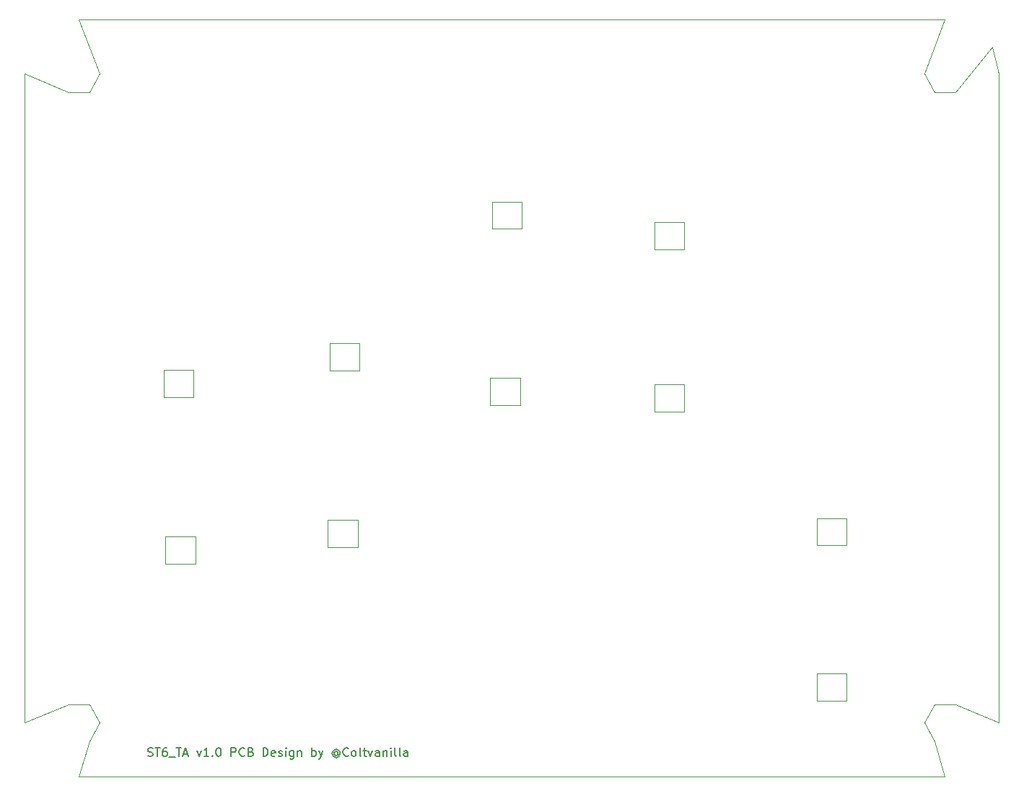
<source format=gbr>
G04 #@! TF.GenerationSoftware,KiCad,Pcbnew,7.0.9*
G04 #@! TF.CreationDate,2023-11-17T20:11:09+09:00*
G04 #@! TF.ProjectId,Assemble,41737365-6d62-46c6-952e-6b696361645f,rev?*
G04 #@! TF.SameCoordinates,Original*
G04 #@! TF.FileFunction,Profile,NP*
%FSLAX46Y46*%
G04 Gerber Fmt 4.6, Leading zero omitted, Abs format (unit mm)*
G04 Created by KiCad (PCBNEW 7.0.9) date 2023-11-17 20:11:09*
%MOMM*%
%LPD*%
G01*
G04 APERTURE LIST*
%ADD10C,0.150000*%
G04 #@! TA.AperFunction,Profile*
%ADD11C,0.100000*%
G04 #@! TD*
G04 #@! TA.AperFunction,Profile*
%ADD12C,0.120000*%
G04 #@! TD*
G04 APERTURE END LIST*
D10*
X27139160Y-188062200D02*
X27282017Y-188109819D01*
X27282017Y-188109819D02*
X27520112Y-188109819D01*
X27520112Y-188109819D02*
X27615350Y-188062200D01*
X27615350Y-188062200D02*
X27662969Y-188014580D01*
X27662969Y-188014580D02*
X27710588Y-187919342D01*
X27710588Y-187919342D02*
X27710588Y-187824104D01*
X27710588Y-187824104D02*
X27662969Y-187728866D01*
X27662969Y-187728866D02*
X27615350Y-187681247D01*
X27615350Y-187681247D02*
X27520112Y-187633628D01*
X27520112Y-187633628D02*
X27329636Y-187586009D01*
X27329636Y-187586009D02*
X27234398Y-187538390D01*
X27234398Y-187538390D02*
X27186779Y-187490771D01*
X27186779Y-187490771D02*
X27139160Y-187395533D01*
X27139160Y-187395533D02*
X27139160Y-187300295D01*
X27139160Y-187300295D02*
X27186779Y-187205057D01*
X27186779Y-187205057D02*
X27234398Y-187157438D01*
X27234398Y-187157438D02*
X27329636Y-187109819D01*
X27329636Y-187109819D02*
X27567731Y-187109819D01*
X27567731Y-187109819D02*
X27710588Y-187157438D01*
X27996303Y-187109819D02*
X28567731Y-187109819D01*
X28282017Y-188109819D02*
X28282017Y-187109819D01*
X29329636Y-187109819D02*
X29139160Y-187109819D01*
X29139160Y-187109819D02*
X29043922Y-187157438D01*
X29043922Y-187157438D02*
X28996303Y-187205057D01*
X28996303Y-187205057D02*
X28901065Y-187347914D01*
X28901065Y-187347914D02*
X28853446Y-187538390D01*
X28853446Y-187538390D02*
X28853446Y-187919342D01*
X28853446Y-187919342D02*
X28901065Y-188014580D01*
X28901065Y-188014580D02*
X28948684Y-188062200D01*
X28948684Y-188062200D02*
X29043922Y-188109819D01*
X29043922Y-188109819D02*
X29234398Y-188109819D01*
X29234398Y-188109819D02*
X29329636Y-188062200D01*
X29329636Y-188062200D02*
X29377255Y-188014580D01*
X29377255Y-188014580D02*
X29424874Y-187919342D01*
X29424874Y-187919342D02*
X29424874Y-187681247D01*
X29424874Y-187681247D02*
X29377255Y-187586009D01*
X29377255Y-187586009D02*
X29329636Y-187538390D01*
X29329636Y-187538390D02*
X29234398Y-187490771D01*
X29234398Y-187490771D02*
X29043922Y-187490771D01*
X29043922Y-187490771D02*
X28948684Y-187538390D01*
X28948684Y-187538390D02*
X28901065Y-187586009D01*
X28901065Y-187586009D02*
X28853446Y-187681247D01*
X29615351Y-188205057D02*
X30377255Y-188205057D01*
X30472494Y-187109819D02*
X31043922Y-187109819D01*
X30758208Y-188109819D02*
X30758208Y-187109819D01*
X31329637Y-187824104D02*
X31805827Y-187824104D01*
X31234399Y-188109819D02*
X31567732Y-187109819D01*
X31567732Y-187109819D02*
X31901065Y-188109819D01*
X32901066Y-187443152D02*
X33139161Y-188109819D01*
X33139161Y-188109819D02*
X33377256Y-187443152D01*
X34282018Y-188109819D02*
X33710590Y-188109819D01*
X33996304Y-188109819D02*
X33996304Y-187109819D01*
X33996304Y-187109819D02*
X33901066Y-187252676D01*
X33901066Y-187252676D02*
X33805828Y-187347914D01*
X33805828Y-187347914D02*
X33710590Y-187395533D01*
X34710590Y-188014580D02*
X34758209Y-188062200D01*
X34758209Y-188062200D02*
X34710590Y-188109819D01*
X34710590Y-188109819D02*
X34662971Y-188062200D01*
X34662971Y-188062200D02*
X34710590Y-188014580D01*
X34710590Y-188014580D02*
X34710590Y-188109819D01*
X35377256Y-187109819D02*
X35472494Y-187109819D01*
X35472494Y-187109819D02*
X35567732Y-187157438D01*
X35567732Y-187157438D02*
X35615351Y-187205057D01*
X35615351Y-187205057D02*
X35662970Y-187300295D01*
X35662970Y-187300295D02*
X35710589Y-187490771D01*
X35710589Y-187490771D02*
X35710589Y-187728866D01*
X35710589Y-187728866D02*
X35662970Y-187919342D01*
X35662970Y-187919342D02*
X35615351Y-188014580D01*
X35615351Y-188014580D02*
X35567732Y-188062200D01*
X35567732Y-188062200D02*
X35472494Y-188109819D01*
X35472494Y-188109819D02*
X35377256Y-188109819D01*
X35377256Y-188109819D02*
X35282018Y-188062200D01*
X35282018Y-188062200D02*
X35234399Y-188014580D01*
X35234399Y-188014580D02*
X35186780Y-187919342D01*
X35186780Y-187919342D02*
X35139161Y-187728866D01*
X35139161Y-187728866D02*
X35139161Y-187490771D01*
X35139161Y-187490771D02*
X35186780Y-187300295D01*
X35186780Y-187300295D02*
X35234399Y-187205057D01*
X35234399Y-187205057D02*
X35282018Y-187157438D01*
X35282018Y-187157438D02*
X35377256Y-187109819D01*
X36901066Y-188109819D02*
X36901066Y-187109819D01*
X36901066Y-187109819D02*
X37282018Y-187109819D01*
X37282018Y-187109819D02*
X37377256Y-187157438D01*
X37377256Y-187157438D02*
X37424875Y-187205057D01*
X37424875Y-187205057D02*
X37472494Y-187300295D01*
X37472494Y-187300295D02*
X37472494Y-187443152D01*
X37472494Y-187443152D02*
X37424875Y-187538390D01*
X37424875Y-187538390D02*
X37377256Y-187586009D01*
X37377256Y-187586009D02*
X37282018Y-187633628D01*
X37282018Y-187633628D02*
X36901066Y-187633628D01*
X38472494Y-188014580D02*
X38424875Y-188062200D01*
X38424875Y-188062200D02*
X38282018Y-188109819D01*
X38282018Y-188109819D02*
X38186780Y-188109819D01*
X38186780Y-188109819D02*
X38043923Y-188062200D01*
X38043923Y-188062200D02*
X37948685Y-187966961D01*
X37948685Y-187966961D02*
X37901066Y-187871723D01*
X37901066Y-187871723D02*
X37853447Y-187681247D01*
X37853447Y-187681247D02*
X37853447Y-187538390D01*
X37853447Y-187538390D02*
X37901066Y-187347914D01*
X37901066Y-187347914D02*
X37948685Y-187252676D01*
X37948685Y-187252676D02*
X38043923Y-187157438D01*
X38043923Y-187157438D02*
X38186780Y-187109819D01*
X38186780Y-187109819D02*
X38282018Y-187109819D01*
X38282018Y-187109819D02*
X38424875Y-187157438D01*
X38424875Y-187157438D02*
X38472494Y-187205057D01*
X39234399Y-187586009D02*
X39377256Y-187633628D01*
X39377256Y-187633628D02*
X39424875Y-187681247D01*
X39424875Y-187681247D02*
X39472494Y-187776485D01*
X39472494Y-187776485D02*
X39472494Y-187919342D01*
X39472494Y-187919342D02*
X39424875Y-188014580D01*
X39424875Y-188014580D02*
X39377256Y-188062200D01*
X39377256Y-188062200D02*
X39282018Y-188109819D01*
X39282018Y-188109819D02*
X38901066Y-188109819D01*
X38901066Y-188109819D02*
X38901066Y-187109819D01*
X38901066Y-187109819D02*
X39234399Y-187109819D01*
X39234399Y-187109819D02*
X39329637Y-187157438D01*
X39329637Y-187157438D02*
X39377256Y-187205057D01*
X39377256Y-187205057D02*
X39424875Y-187300295D01*
X39424875Y-187300295D02*
X39424875Y-187395533D01*
X39424875Y-187395533D02*
X39377256Y-187490771D01*
X39377256Y-187490771D02*
X39329637Y-187538390D01*
X39329637Y-187538390D02*
X39234399Y-187586009D01*
X39234399Y-187586009D02*
X38901066Y-187586009D01*
X40662971Y-188109819D02*
X40662971Y-187109819D01*
X40662971Y-187109819D02*
X40901066Y-187109819D01*
X40901066Y-187109819D02*
X41043923Y-187157438D01*
X41043923Y-187157438D02*
X41139161Y-187252676D01*
X41139161Y-187252676D02*
X41186780Y-187347914D01*
X41186780Y-187347914D02*
X41234399Y-187538390D01*
X41234399Y-187538390D02*
X41234399Y-187681247D01*
X41234399Y-187681247D02*
X41186780Y-187871723D01*
X41186780Y-187871723D02*
X41139161Y-187966961D01*
X41139161Y-187966961D02*
X41043923Y-188062200D01*
X41043923Y-188062200D02*
X40901066Y-188109819D01*
X40901066Y-188109819D02*
X40662971Y-188109819D01*
X42043923Y-188062200D02*
X41948685Y-188109819D01*
X41948685Y-188109819D02*
X41758209Y-188109819D01*
X41758209Y-188109819D02*
X41662971Y-188062200D01*
X41662971Y-188062200D02*
X41615352Y-187966961D01*
X41615352Y-187966961D02*
X41615352Y-187586009D01*
X41615352Y-187586009D02*
X41662971Y-187490771D01*
X41662971Y-187490771D02*
X41758209Y-187443152D01*
X41758209Y-187443152D02*
X41948685Y-187443152D01*
X41948685Y-187443152D02*
X42043923Y-187490771D01*
X42043923Y-187490771D02*
X42091542Y-187586009D01*
X42091542Y-187586009D02*
X42091542Y-187681247D01*
X42091542Y-187681247D02*
X41615352Y-187776485D01*
X42472495Y-188062200D02*
X42567733Y-188109819D01*
X42567733Y-188109819D02*
X42758209Y-188109819D01*
X42758209Y-188109819D02*
X42853447Y-188062200D01*
X42853447Y-188062200D02*
X42901066Y-187966961D01*
X42901066Y-187966961D02*
X42901066Y-187919342D01*
X42901066Y-187919342D02*
X42853447Y-187824104D01*
X42853447Y-187824104D02*
X42758209Y-187776485D01*
X42758209Y-187776485D02*
X42615352Y-187776485D01*
X42615352Y-187776485D02*
X42520114Y-187728866D01*
X42520114Y-187728866D02*
X42472495Y-187633628D01*
X42472495Y-187633628D02*
X42472495Y-187586009D01*
X42472495Y-187586009D02*
X42520114Y-187490771D01*
X42520114Y-187490771D02*
X42615352Y-187443152D01*
X42615352Y-187443152D02*
X42758209Y-187443152D01*
X42758209Y-187443152D02*
X42853447Y-187490771D01*
X43329638Y-188109819D02*
X43329638Y-187443152D01*
X43329638Y-187109819D02*
X43282019Y-187157438D01*
X43282019Y-187157438D02*
X43329638Y-187205057D01*
X43329638Y-187205057D02*
X43377257Y-187157438D01*
X43377257Y-187157438D02*
X43329638Y-187109819D01*
X43329638Y-187109819D02*
X43329638Y-187205057D01*
X44234399Y-187443152D02*
X44234399Y-188252676D01*
X44234399Y-188252676D02*
X44186780Y-188347914D01*
X44186780Y-188347914D02*
X44139161Y-188395533D01*
X44139161Y-188395533D02*
X44043923Y-188443152D01*
X44043923Y-188443152D02*
X43901066Y-188443152D01*
X43901066Y-188443152D02*
X43805828Y-188395533D01*
X44234399Y-188062200D02*
X44139161Y-188109819D01*
X44139161Y-188109819D02*
X43948685Y-188109819D01*
X43948685Y-188109819D02*
X43853447Y-188062200D01*
X43853447Y-188062200D02*
X43805828Y-188014580D01*
X43805828Y-188014580D02*
X43758209Y-187919342D01*
X43758209Y-187919342D02*
X43758209Y-187633628D01*
X43758209Y-187633628D02*
X43805828Y-187538390D01*
X43805828Y-187538390D02*
X43853447Y-187490771D01*
X43853447Y-187490771D02*
X43948685Y-187443152D01*
X43948685Y-187443152D02*
X44139161Y-187443152D01*
X44139161Y-187443152D02*
X44234399Y-187490771D01*
X44710590Y-187443152D02*
X44710590Y-188109819D01*
X44710590Y-187538390D02*
X44758209Y-187490771D01*
X44758209Y-187490771D02*
X44853447Y-187443152D01*
X44853447Y-187443152D02*
X44996304Y-187443152D01*
X44996304Y-187443152D02*
X45091542Y-187490771D01*
X45091542Y-187490771D02*
X45139161Y-187586009D01*
X45139161Y-187586009D02*
X45139161Y-188109819D01*
X46377257Y-188109819D02*
X46377257Y-187109819D01*
X46377257Y-187490771D02*
X46472495Y-187443152D01*
X46472495Y-187443152D02*
X46662971Y-187443152D01*
X46662971Y-187443152D02*
X46758209Y-187490771D01*
X46758209Y-187490771D02*
X46805828Y-187538390D01*
X46805828Y-187538390D02*
X46853447Y-187633628D01*
X46853447Y-187633628D02*
X46853447Y-187919342D01*
X46853447Y-187919342D02*
X46805828Y-188014580D01*
X46805828Y-188014580D02*
X46758209Y-188062200D01*
X46758209Y-188062200D02*
X46662971Y-188109819D01*
X46662971Y-188109819D02*
X46472495Y-188109819D01*
X46472495Y-188109819D02*
X46377257Y-188062200D01*
X47186781Y-187443152D02*
X47424876Y-188109819D01*
X47662971Y-187443152D02*
X47424876Y-188109819D01*
X47424876Y-188109819D02*
X47329638Y-188347914D01*
X47329638Y-188347914D02*
X47282019Y-188395533D01*
X47282019Y-188395533D02*
X47186781Y-188443152D01*
X49424876Y-187633628D02*
X49377257Y-187586009D01*
X49377257Y-187586009D02*
X49282019Y-187538390D01*
X49282019Y-187538390D02*
X49186781Y-187538390D01*
X49186781Y-187538390D02*
X49091543Y-187586009D01*
X49091543Y-187586009D02*
X49043924Y-187633628D01*
X49043924Y-187633628D02*
X48996305Y-187728866D01*
X48996305Y-187728866D02*
X48996305Y-187824104D01*
X48996305Y-187824104D02*
X49043924Y-187919342D01*
X49043924Y-187919342D02*
X49091543Y-187966961D01*
X49091543Y-187966961D02*
X49186781Y-188014580D01*
X49186781Y-188014580D02*
X49282019Y-188014580D01*
X49282019Y-188014580D02*
X49377257Y-187966961D01*
X49377257Y-187966961D02*
X49424876Y-187919342D01*
X49424876Y-187538390D02*
X49424876Y-187919342D01*
X49424876Y-187919342D02*
X49472495Y-187966961D01*
X49472495Y-187966961D02*
X49520114Y-187966961D01*
X49520114Y-187966961D02*
X49615353Y-187919342D01*
X49615353Y-187919342D02*
X49662972Y-187824104D01*
X49662972Y-187824104D02*
X49662972Y-187586009D01*
X49662972Y-187586009D02*
X49567734Y-187443152D01*
X49567734Y-187443152D02*
X49424876Y-187347914D01*
X49424876Y-187347914D02*
X49234400Y-187300295D01*
X49234400Y-187300295D02*
X49043924Y-187347914D01*
X49043924Y-187347914D02*
X48901067Y-187443152D01*
X48901067Y-187443152D02*
X48805829Y-187586009D01*
X48805829Y-187586009D02*
X48758210Y-187776485D01*
X48758210Y-187776485D02*
X48805829Y-187966961D01*
X48805829Y-187966961D02*
X48901067Y-188109819D01*
X48901067Y-188109819D02*
X49043924Y-188205057D01*
X49043924Y-188205057D02*
X49234400Y-188252676D01*
X49234400Y-188252676D02*
X49424876Y-188205057D01*
X49424876Y-188205057D02*
X49567734Y-188109819D01*
X50662971Y-188014580D02*
X50615352Y-188062200D01*
X50615352Y-188062200D02*
X50472495Y-188109819D01*
X50472495Y-188109819D02*
X50377257Y-188109819D01*
X50377257Y-188109819D02*
X50234400Y-188062200D01*
X50234400Y-188062200D02*
X50139162Y-187966961D01*
X50139162Y-187966961D02*
X50091543Y-187871723D01*
X50091543Y-187871723D02*
X50043924Y-187681247D01*
X50043924Y-187681247D02*
X50043924Y-187538390D01*
X50043924Y-187538390D02*
X50091543Y-187347914D01*
X50091543Y-187347914D02*
X50139162Y-187252676D01*
X50139162Y-187252676D02*
X50234400Y-187157438D01*
X50234400Y-187157438D02*
X50377257Y-187109819D01*
X50377257Y-187109819D02*
X50472495Y-187109819D01*
X50472495Y-187109819D02*
X50615352Y-187157438D01*
X50615352Y-187157438D02*
X50662971Y-187205057D01*
X51234400Y-188109819D02*
X51139162Y-188062200D01*
X51139162Y-188062200D02*
X51091543Y-188014580D01*
X51091543Y-188014580D02*
X51043924Y-187919342D01*
X51043924Y-187919342D02*
X51043924Y-187633628D01*
X51043924Y-187633628D02*
X51091543Y-187538390D01*
X51091543Y-187538390D02*
X51139162Y-187490771D01*
X51139162Y-187490771D02*
X51234400Y-187443152D01*
X51234400Y-187443152D02*
X51377257Y-187443152D01*
X51377257Y-187443152D02*
X51472495Y-187490771D01*
X51472495Y-187490771D02*
X51520114Y-187538390D01*
X51520114Y-187538390D02*
X51567733Y-187633628D01*
X51567733Y-187633628D02*
X51567733Y-187919342D01*
X51567733Y-187919342D02*
X51520114Y-188014580D01*
X51520114Y-188014580D02*
X51472495Y-188062200D01*
X51472495Y-188062200D02*
X51377257Y-188109819D01*
X51377257Y-188109819D02*
X51234400Y-188109819D01*
X52139162Y-188109819D02*
X52043924Y-188062200D01*
X52043924Y-188062200D02*
X51996305Y-187966961D01*
X51996305Y-187966961D02*
X51996305Y-187109819D01*
X52377258Y-187443152D02*
X52758210Y-187443152D01*
X52520115Y-187109819D02*
X52520115Y-187966961D01*
X52520115Y-187966961D02*
X52567734Y-188062200D01*
X52567734Y-188062200D02*
X52662972Y-188109819D01*
X52662972Y-188109819D02*
X52758210Y-188109819D01*
X52996306Y-187443152D02*
X53234401Y-188109819D01*
X53234401Y-188109819D02*
X53472496Y-187443152D01*
X54282020Y-188109819D02*
X54282020Y-187586009D01*
X54282020Y-187586009D02*
X54234401Y-187490771D01*
X54234401Y-187490771D02*
X54139163Y-187443152D01*
X54139163Y-187443152D02*
X53948687Y-187443152D01*
X53948687Y-187443152D02*
X53853449Y-187490771D01*
X54282020Y-188062200D02*
X54186782Y-188109819D01*
X54186782Y-188109819D02*
X53948687Y-188109819D01*
X53948687Y-188109819D02*
X53853449Y-188062200D01*
X53853449Y-188062200D02*
X53805830Y-187966961D01*
X53805830Y-187966961D02*
X53805830Y-187871723D01*
X53805830Y-187871723D02*
X53853449Y-187776485D01*
X53853449Y-187776485D02*
X53948687Y-187728866D01*
X53948687Y-187728866D02*
X54186782Y-187728866D01*
X54186782Y-187728866D02*
X54282020Y-187681247D01*
X54758211Y-187443152D02*
X54758211Y-188109819D01*
X54758211Y-187538390D02*
X54805830Y-187490771D01*
X54805830Y-187490771D02*
X54901068Y-187443152D01*
X54901068Y-187443152D02*
X55043925Y-187443152D01*
X55043925Y-187443152D02*
X55139163Y-187490771D01*
X55139163Y-187490771D02*
X55186782Y-187586009D01*
X55186782Y-187586009D02*
X55186782Y-188109819D01*
X55662973Y-188109819D02*
X55662973Y-187443152D01*
X55662973Y-187109819D02*
X55615354Y-187157438D01*
X55615354Y-187157438D02*
X55662973Y-187205057D01*
X55662973Y-187205057D02*
X55710592Y-187157438D01*
X55710592Y-187157438D02*
X55662973Y-187109819D01*
X55662973Y-187109819D02*
X55662973Y-187205057D01*
X56282020Y-188109819D02*
X56186782Y-188062200D01*
X56186782Y-188062200D02*
X56139163Y-187966961D01*
X56139163Y-187966961D02*
X56139163Y-187109819D01*
X56805830Y-188109819D02*
X56710592Y-188062200D01*
X56710592Y-188062200D02*
X56662973Y-187966961D01*
X56662973Y-187966961D02*
X56662973Y-187109819D01*
X57615354Y-188109819D02*
X57615354Y-187586009D01*
X57615354Y-187586009D02*
X57567735Y-187490771D01*
X57567735Y-187490771D02*
X57472497Y-187443152D01*
X57472497Y-187443152D02*
X57282021Y-187443152D01*
X57282021Y-187443152D02*
X57186783Y-187490771D01*
X57615354Y-188062200D02*
X57520116Y-188109819D01*
X57520116Y-188109819D02*
X57282021Y-188109819D01*
X57282021Y-188109819D02*
X57186783Y-188062200D01*
X57186783Y-188062200D02*
X57139164Y-187966961D01*
X57139164Y-187966961D02*
X57139164Y-187871723D01*
X57139164Y-187871723D02*
X57186783Y-187776485D01*
X57186783Y-187776485D02*
X57282021Y-187728866D01*
X57282021Y-187728866D02*
X57520116Y-187728866D01*
X57520116Y-187728866D02*
X57615354Y-187681247D01*
D11*
X20250000Y-110100000D02*
X17850000Y-110100000D01*
X118250000Y-184150000D02*
X119450000Y-182000000D01*
X20250000Y-182000000D02*
X17850000Y-182000000D01*
X21450000Y-107950000D02*
X20250000Y-110100000D01*
X121850000Y-110100000D02*
X126206250Y-104775000D01*
X127000000Y-107950000D02*
X127000000Y-184150000D01*
X21450000Y-107950000D02*
X19050000Y-101600000D01*
X121850000Y-110100000D02*
X119450000Y-110100000D01*
X119450000Y-186300000D02*
X118250000Y-184150000D01*
X119450000Y-186300000D02*
X120650000Y-190500000D01*
X119450000Y-182000000D02*
X121850000Y-182000000D01*
X20250000Y-186300000D02*
X19050000Y-190500000D01*
X12700000Y-184150000D02*
X12700000Y-107950000D01*
X19050000Y-101600000D02*
X120650000Y-101600000D01*
X118250000Y-107950000D02*
X120650000Y-101600000D01*
X120650000Y-190500000D02*
X19050000Y-190500000D01*
X127000000Y-107950000D02*
X126206250Y-104775000D01*
X17850000Y-110100000D02*
X12700000Y-107950000D01*
X20250000Y-186300000D02*
X21450000Y-184150000D01*
X121850000Y-182000000D02*
X127000000Y-184150000D01*
X17850000Y-182000000D02*
X12700000Y-184150000D01*
X119450000Y-110100000D02*
X118250000Y-107950000D01*
X21450000Y-184150000D02*
X20250000Y-182000000D01*
D12*
X48475000Y-139643750D02*
X51975000Y-139643750D01*
X48475000Y-142843750D02*
X48475000Y-139643750D01*
X51975000Y-139643750D02*
X51975000Y-142843750D01*
X51975000Y-142843750D02*
X48475000Y-142843750D01*
X28987500Y-142775000D02*
X32487500Y-142775000D01*
X28987500Y-145975000D02*
X28987500Y-142775000D01*
X32487500Y-142775000D02*
X32487500Y-145975000D01*
X32487500Y-145975000D02*
X28987500Y-145975000D01*
X86575000Y-125400000D02*
X90075000Y-125400000D01*
X86575000Y-128600000D02*
X86575000Y-125400000D01*
X90075000Y-125400000D02*
X90075000Y-128600000D01*
X90075000Y-128600000D02*
X86575000Y-128600000D01*
X67306250Y-143700000D02*
X70806250Y-143700000D01*
X67306250Y-146900000D02*
X67306250Y-143700000D01*
X70806250Y-143700000D02*
X70806250Y-146900000D01*
X70806250Y-146900000D02*
X67306250Y-146900000D01*
X67525000Y-122975000D02*
X71025000Y-122975000D01*
X67525000Y-126175000D02*
X67525000Y-122975000D01*
X71025000Y-122975000D02*
X71025000Y-126175000D01*
X71025000Y-126175000D02*
X67525000Y-126175000D01*
X105625000Y-178362500D02*
X109125000Y-178362500D01*
X105625000Y-181562500D02*
X105625000Y-178362500D01*
X109125000Y-178362500D02*
X109125000Y-181562500D01*
X109125000Y-181562500D02*
X105625000Y-181562500D01*
X105625000Y-160150000D02*
X109125000Y-160150000D01*
X105625000Y-163350000D02*
X105625000Y-160150000D01*
X109125000Y-160150000D02*
X109125000Y-163350000D01*
X109125000Y-163350000D02*
X105625000Y-163350000D01*
X29206250Y-162325000D02*
X32706250Y-162325000D01*
X29206250Y-165525000D02*
X29206250Y-162325000D01*
X32706250Y-162325000D02*
X32706250Y-165525000D01*
X32706250Y-165525000D02*
X29206250Y-165525000D01*
X48256250Y-160325000D02*
X51756250Y-160325000D01*
X48256250Y-163525000D02*
X48256250Y-160325000D01*
X51756250Y-160325000D02*
X51756250Y-163525000D01*
X51756250Y-163525000D02*
X48256250Y-163525000D01*
X86575000Y-144450000D02*
X90075000Y-144450000D01*
X86575000Y-147650000D02*
X86575000Y-144450000D01*
X90075000Y-144450000D02*
X90075000Y-147650000D01*
X90075000Y-147650000D02*
X86575000Y-147650000D01*
M02*

</source>
